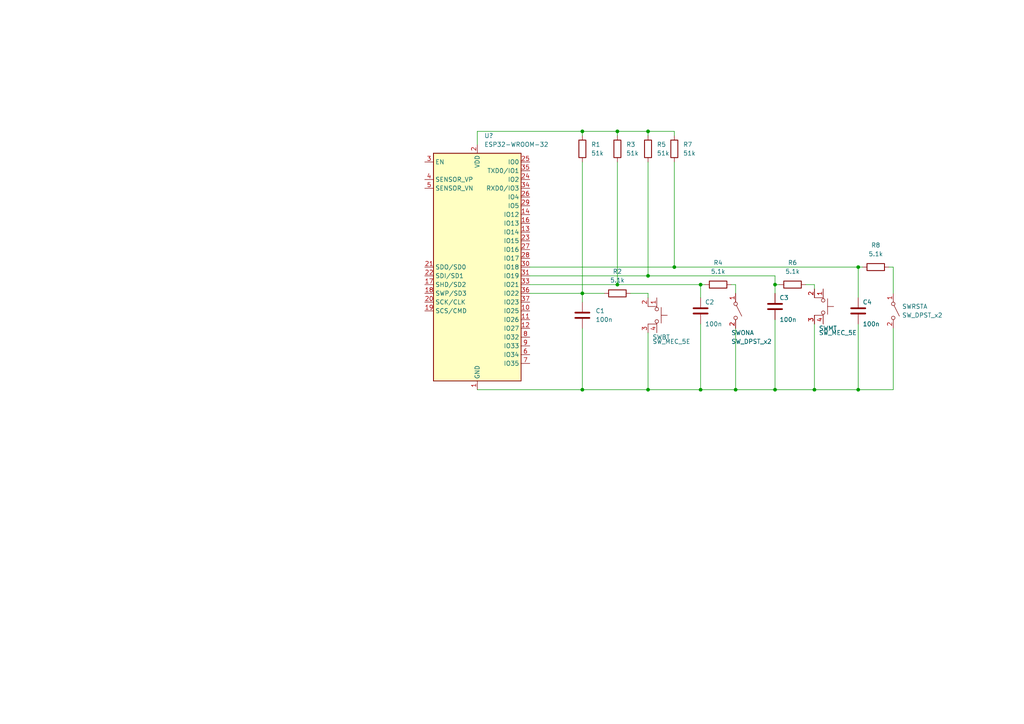
<source format=kicad_sch>
(kicad_sch (version 20211123) (generator eeschema)

  (uuid 9538e4ed-27e6-4c37-b989-9859dc0d49e8)

  (paper "A4")

  (lib_symbols
    (symbol "Device:C" (pin_numbers hide) (pin_names (offset 0.254)) (in_bom yes) (on_board yes)
      (property "Reference" "C" (id 0) (at 0.635 2.54 0)
        (effects (font (size 1.27 1.27)) (justify left))
      )
      (property "Value" "C" (id 1) (at 0.635 -2.54 0)
        (effects (font (size 1.27 1.27)) (justify left))
      )
      (property "Footprint" "" (id 2) (at 0.9652 -3.81 0)
        (effects (font (size 1.27 1.27)) hide)
      )
      (property "Datasheet" "~" (id 3) (at 0 0 0)
        (effects (font (size 1.27 1.27)) hide)
      )
      (property "ki_keywords" "cap capacitor" (id 4) (at 0 0 0)
        (effects (font (size 1.27 1.27)) hide)
      )
      (property "ki_description" "Unpolarized capacitor" (id 5) (at 0 0 0)
        (effects (font (size 1.27 1.27)) hide)
      )
      (property "ki_fp_filters" "C_*" (id 6) (at 0 0 0)
        (effects (font (size 1.27 1.27)) hide)
      )
      (symbol "C_0_1"
        (polyline
          (pts
            (xy -2.032 -0.762)
            (xy 2.032 -0.762)
          )
          (stroke (width 0.508) (type default) (color 0 0 0 0))
          (fill (type none))
        )
        (polyline
          (pts
            (xy -2.032 0.762)
            (xy 2.032 0.762)
          )
          (stroke (width 0.508) (type default) (color 0 0 0 0))
          (fill (type none))
        )
      )
      (symbol "C_1_1"
        (pin passive line (at 0 3.81 270) (length 2.794)
          (name "~" (effects (font (size 1.27 1.27))))
          (number "1" (effects (font (size 1.27 1.27))))
        )
        (pin passive line (at 0 -3.81 90) (length 2.794)
          (name "~" (effects (font (size 1.27 1.27))))
          (number "2" (effects (font (size 1.27 1.27))))
        )
      )
    )
    (symbol "Device:R" (pin_numbers hide) (pin_names (offset 0)) (in_bom yes) (on_board yes)
      (property "Reference" "R" (id 0) (at 2.032 0 90)
        (effects (font (size 1.27 1.27)))
      )
      (property "Value" "R" (id 1) (at 0 0 90)
        (effects (font (size 1.27 1.27)))
      )
      (property "Footprint" "" (id 2) (at -1.778 0 90)
        (effects (font (size 1.27 1.27)) hide)
      )
      (property "Datasheet" "~" (id 3) (at 0 0 0)
        (effects (font (size 1.27 1.27)) hide)
      )
      (property "ki_keywords" "R res resistor" (id 4) (at 0 0 0)
        (effects (font (size 1.27 1.27)) hide)
      )
      (property "ki_description" "Resistor" (id 5) (at 0 0 0)
        (effects (font (size 1.27 1.27)) hide)
      )
      (property "ki_fp_filters" "R_*" (id 6) (at 0 0 0)
        (effects (font (size 1.27 1.27)) hide)
      )
      (symbol "R_0_1"
        (rectangle (start -1.016 -2.54) (end 1.016 2.54)
          (stroke (width 0.254) (type default) (color 0 0 0 0))
          (fill (type none))
        )
      )
      (symbol "R_1_1"
        (pin passive line (at 0 3.81 270) (length 1.27)
          (name "~" (effects (font (size 1.27 1.27))))
          (number "1" (effects (font (size 1.27 1.27))))
        )
        (pin passive line (at 0 -3.81 90) (length 1.27)
          (name "~" (effects (font (size 1.27 1.27))))
          (number "2" (effects (font (size 1.27 1.27))))
        )
      )
    )
    (symbol "RF_Module:ESP32-WROOM-32" (in_bom yes) (on_board yes)
      (property "Reference" "U" (id 0) (at -12.7 34.29 0)
        (effects (font (size 1.27 1.27)) (justify left))
      )
      (property "Value" "ESP32-WROOM-32" (id 1) (at 1.27 34.29 0)
        (effects (font (size 1.27 1.27)) (justify left))
      )
      (property "Footprint" "RF_Module:ESP32-WROOM-32" (id 2) (at 0 -38.1 0)
        (effects (font (size 1.27 1.27)) hide)
      )
      (property "Datasheet" "https://www.espressif.com/sites/default/files/documentation/esp32-wroom-32_datasheet_en.pdf" (id 3) (at -7.62 1.27 0)
        (effects (font (size 1.27 1.27)) hide)
      )
      (property "ki_keywords" "RF Radio BT ESP ESP32 Espressif onboard PCB antenna" (id 4) (at 0 0 0)
        (effects (font (size 1.27 1.27)) hide)
      )
      (property "ki_description" "RF Module, ESP32-D0WDQ6 SoC, Wi-Fi 802.11b/g/n, Bluetooth, BLE, 32-bit, 2.7-3.6V, onboard antenna, SMD" (id 5) (at 0 0 0)
        (effects (font (size 1.27 1.27)) hide)
      )
      (property "ki_fp_filters" "ESP32?WROOM?32*" (id 6) (at 0 0 0)
        (effects (font (size 1.27 1.27)) hide)
      )
      (symbol "ESP32-WROOM-32_0_1"
        (rectangle (start -12.7 33.02) (end 12.7 -33.02)
          (stroke (width 0.254) (type default) (color 0 0 0 0))
          (fill (type background))
        )
      )
      (symbol "ESP32-WROOM-32_1_1"
        (pin power_in line (at 0 -35.56 90) (length 2.54)
          (name "GND" (effects (font (size 1.27 1.27))))
          (number "1" (effects (font (size 1.27 1.27))))
        )
        (pin bidirectional line (at 15.24 -12.7 180) (length 2.54)
          (name "IO25" (effects (font (size 1.27 1.27))))
          (number "10" (effects (font (size 1.27 1.27))))
        )
        (pin bidirectional line (at 15.24 -15.24 180) (length 2.54)
          (name "IO26" (effects (font (size 1.27 1.27))))
          (number "11" (effects (font (size 1.27 1.27))))
        )
        (pin bidirectional line (at 15.24 -17.78 180) (length 2.54)
          (name "IO27" (effects (font (size 1.27 1.27))))
          (number "12" (effects (font (size 1.27 1.27))))
        )
        (pin bidirectional line (at 15.24 10.16 180) (length 2.54)
          (name "IO14" (effects (font (size 1.27 1.27))))
          (number "13" (effects (font (size 1.27 1.27))))
        )
        (pin bidirectional line (at 15.24 15.24 180) (length 2.54)
          (name "IO12" (effects (font (size 1.27 1.27))))
          (number "14" (effects (font (size 1.27 1.27))))
        )
        (pin passive line (at 0 -35.56 90) (length 2.54) hide
          (name "GND" (effects (font (size 1.27 1.27))))
          (number "15" (effects (font (size 1.27 1.27))))
        )
        (pin bidirectional line (at 15.24 12.7 180) (length 2.54)
          (name "IO13" (effects (font (size 1.27 1.27))))
          (number "16" (effects (font (size 1.27 1.27))))
        )
        (pin bidirectional line (at -15.24 -5.08 0) (length 2.54)
          (name "SHD/SD2" (effects (font (size 1.27 1.27))))
          (number "17" (effects (font (size 1.27 1.27))))
        )
        (pin bidirectional line (at -15.24 -7.62 0) (length 2.54)
          (name "SWP/SD3" (effects (font (size 1.27 1.27))))
          (number "18" (effects (font (size 1.27 1.27))))
        )
        (pin bidirectional line (at -15.24 -12.7 0) (length 2.54)
          (name "SCS/CMD" (effects (font (size 1.27 1.27))))
          (number "19" (effects (font (size 1.27 1.27))))
        )
        (pin power_in line (at 0 35.56 270) (length 2.54)
          (name "VDD" (effects (font (size 1.27 1.27))))
          (number "2" (effects (font (size 1.27 1.27))))
        )
        (pin bidirectional line (at -15.24 -10.16 0) (length 2.54)
          (name "SCK/CLK" (effects (font (size 1.27 1.27))))
          (number "20" (effects (font (size 1.27 1.27))))
        )
        (pin bidirectional line (at -15.24 0 0) (length 2.54)
          (name "SDO/SD0" (effects (font (size 1.27 1.27))))
          (number "21" (effects (font (size 1.27 1.27))))
        )
        (pin bidirectional line (at -15.24 -2.54 0) (length 2.54)
          (name "SDI/SD1" (effects (font (size 1.27 1.27))))
          (number "22" (effects (font (size 1.27 1.27))))
        )
        (pin bidirectional line (at 15.24 7.62 180) (length 2.54)
          (name "IO15" (effects (font (size 1.27 1.27))))
          (number "23" (effects (font (size 1.27 1.27))))
        )
        (pin bidirectional line (at 15.24 25.4 180) (length 2.54)
          (name "IO2" (effects (font (size 1.27 1.27))))
          (number "24" (effects (font (size 1.27 1.27))))
        )
        (pin bidirectional line (at 15.24 30.48 180) (length 2.54)
          (name "IO0" (effects (font (size 1.27 1.27))))
          (number "25" (effects (font (size 1.27 1.27))))
        )
        (pin bidirectional line (at 15.24 20.32 180) (length 2.54)
          (name "IO4" (effects (font (size 1.27 1.27))))
          (number "26" (effects (font (size 1.27 1.27))))
        )
        (pin bidirectional line (at 15.24 5.08 180) (length 2.54)
          (name "IO16" (effects (font (size 1.27 1.27))))
          (number "27" (effects (font (size 1.27 1.27))))
        )
        (pin bidirectional line (at 15.24 2.54 180) (length 2.54)
          (name "IO17" (effects (font (size 1.27 1.27))))
          (number "28" (effects (font (size 1.27 1.27))))
        )
        (pin bidirectional line (at 15.24 17.78 180) (length 2.54)
          (name "IO5" (effects (font (size 1.27 1.27))))
          (number "29" (effects (font (size 1.27 1.27))))
        )
        (pin input line (at -15.24 30.48 0) (length 2.54)
          (name "EN" (effects (font (size 1.27 1.27))))
          (number "3" (effects (font (size 1.27 1.27))))
        )
        (pin bidirectional line (at 15.24 0 180) (length 2.54)
          (name "IO18" (effects (font (size 1.27 1.27))))
          (number "30" (effects (font (size 1.27 1.27))))
        )
        (pin bidirectional line (at 15.24 -2.54 180) (length 2.54)
          (name "IO19" (effects (font (size 1.27 1.27))))
          (number "31" (effects (font (size 1.27 1.27))))
        )
        (pin no_connect line (at -12.7 -27.94 0) (length 2.54) hide
          (name "NC" (effects (font (size 1.27 1.27))))
          (number "32" (effects (font (size 1.27 1.27))))
        )
        (pin bidirectional line (at 15.24 -5.08 180) (length 2.54)
          (name "IO21" (effects (font (size 1.27 1.27))))
          (number "33" (effects (font (size 1.27 1.27))))
        )
        (pin bidirectional line (at 15.24 22.86 180) (length 2.54)
          (name "RXD0/IO3" (effects (font (size 1.27 1.27))))
          (number "34" (effects (font (size 1.27 1.27))))
        )
        (pin bidirectional line (at 15.24 27.94 180) (length 2.54)
          (name "TXD0/IO1" (effects (font (size 1.27 1.27))))
          (number "35" (effects (font (size 1.27 1.27))))
        )
        (pin bidirectional line (at 15.24 -7.62 180) (length 2.54)
          (name "IO22" (effects (font (size 1.27 1.27))))
          (number "36" (effects (font (size 1.27 1.27))))
        )
        (pin bidirectional line (at 15.24 -10.16 180) (length 2.54)
          (name "IO23" (effects (font (size 1.27 1.27))))
          (number "37" (effects (font (size 1.27 1.27))))
        )
        (pin passive line (at 0 -35.56 90) (length 2.54) hide
          (name "GND" (effects (font (size 1.27 1.27))))
          (number "38" (effects (font (size 1.27 1.27))))
        )
        (pin passive line (at 0 -35.56 90) (length 2.54) hide
          (name "GND" (effects (font (size 1.27 1.27))))
          (number "39" (effects (font (size 1.27 1.27))))
        )
        (pin input line (at -15.24 25.4 0) (length 2.54)
          (name "SENSOR_VP" (effects (font (size 1.27 1.27))))
          (number "4" (effects (font (size 1.27 1.27))))
        )
        (pin input line (at -15.24 22.86 0) (length 2.54)
          (name "SENSOR_VN" (effects (font (size 1.27 1.27))))
          (number "5" (effects (font (size 1.27 1.27))))
        )
        (pin input line (at 15.24 -25.4 180) (length 2.54)
          (name "IO34" (effects (font (size 1.27 1.27))))
          (number "6" (effects (font (size 1.27 1.27))))
        )
        (pin input line (at 15.24 -27.94 180) (length 2.54)
          (name "IO35" (effects (font (size 1.27 1.27))))
          (number "7" (effects (font (size 1.27 1.27))))
        )
        (pin bidirectional line (at 15.24 -20.32 180) (length 2.54)
          (name "IO32" (effects (font (size 1.27 1.27))))
          (number "8" (effects (font (size 1.27 1.27))))
        )
        (pin bidirectional line (at 15.24 -22.86 180) (length 2.54)
          (name "IO33" (effects (font (size 1.27 1.27))))
          (number "9" (effects (font (size 1.27 1.27))))
        )
      )
    )
    (symbol "R_1" (pin_numbers hide) (pin_names (offset 0) hide) (in_bom yes) (on_board yes)
      (property "Reference" "R" (id 0) (at 2.032 0 90)
        (effects (font (size 1.27 1.27)))
      )
      (property "Value" "R_1" (id 1) (at 0 0 90)
        (effects (font (size 1.27 1.27)))
      )
      (property "Footprint" "" (id 2) (at -1.778 0 90)
        (effects (font (size 1.27 1.27)) hide)
      )
      (property "Datasheet" "~" (id 3) (at 0 0 0)
        (effects (font (size 1.27 1.27)) hide)
      )
      (property "ki_keywords" "R res resistor" (id 4) (at 0 0 0)
        (effects (font (size 1.27 1.27)) hide)
      )
      (property "ki_description" "Resistor" (id 5) (at 0 0 0)
        (effects (font (size 1.27 1.27)) hide)
      )
      (property "ki_fp_filters" "R_*" (id 6) (at 0 0 0)
        (effects (font (size 1.27 1.27)) hide)
      )
      (symbol "R_1_0_1"
        (rectangle (start -1.016 -2.54) (end 1.016 2.54)
          (stroke (width 0.254) (type default) (color 0 0 0 0))
          (fill (type none))
        )
      )
      (symbol "R_1_1_1"
        (pin passive line (at 0 3.81 270) (length 1.27)
          (name "~" (effects (font (size 1.27 1.27))))
          (number "1" (effects (font (size 1.27 1.27))))
        )
        (pin passive line (at 0 -3.81 90) (length 1.27)
          (name "~" (effects (font (size 1.27 1.27))))
          (number "2" (effects (font (size 1.27 1.27))))
        )
      )
    )
    (symbol "Switch:SW_DPST_x2" (pin_names (offset 0) hide) (in_bom yes) (on_board yes)
      (property "Reference" "SW" (id 0) (at 0 3.175 0)
        (effects (font (size 1.27 1.27)))
      )
      (property "Value" "SW_DPST_x2" (id 1) (at 0 -2.54 0)
        (effects (font (size 1.27 1.27)))
      )
      (property "Footprint" "" (id 2) (at 0 0 0)
        (effects (font (size 1.27 1.27)) hide)
      )
      (property "Datasheet" "~" (id 3) (at 0 0 0)
        (effects (font (size 1.27 1.27)) hide)
      )
      (property "ki_keywords" "switch lever" (id 4) (at 0 0 0)
        (effects (font (size 1.27 1.27)) hide)
      )
      (property "ki_description" "Single Pole Single Throw (SPST) switch, separate symbol" (id 5) (at 0 0 0)
        (effects (font (size 1.27 1.27)) hide)
      )
      (symbol "SW_DPST_x2_0_0"
        (circle (center -2.032 0) (radius 0.508)
          (stroke (width 0) (type default) (color 0 0 0 0))
          (fill (type none))
        )
        (polyline
          (pts
            (xy -1.524 0.254)
            (xy 1.524 1.778)
          )
          (stroke (width 0) (type default) (color 0 0 0 0))
          (fill (type none))
        )
        (circle (center 2.032 0) (radius 0.508)
          (stroke (width 0) (type default) (color 0 0 0 0))
          (fill (type none))
        )
      )
      (symbol "SW_DPST_x2_1_1"
        (pin passive line (at -5.08 0 0) (length 2.54)
          (name "A" (effects (font (size 1.27 1.27))))
          (number "1" (effects (font (size 1.27 1.27))))
        )
        (pin passive line (at 5.08 0 180) (length 2.54)
          (name "B" (effects (font (size 1.27 1.27))))
          (number "2" (effects (font (size 1.27 1.27))))
        )
      )
      (symbol "SW_DPST_x2_2_1"
        (pin passive line (at -5.08 0 0) (length 2.54)
          (name "A" (effects (font (size 1.27 1.27))))
          (number "3" (effects (font (size 1.27 1.27))))
        )
        (pin passive line (at 5.08 0 180) (length 2.54)
          (name "B" (effects (font (size 1.27 1.27))))
          (number "4" (effects (font (size 1.27 1.27))))
        )
      )
    )
    (symbol "Switch:SW_MEC_5E" (pin_names (offset 1.016) hide) (in_bom yes) (on_board yes)
      (property "Reference" "SW" (id 0) (at 0.635 5.715 0)
        (effects (font (size 1.27 1.27)) (justify left))
      )
      (property "Value" "SW_MEC_5E" (id 1) (at 0 -3.175 0)
        (effects (font (size 1.27 1.27)))
      )
      (property "Footprint" "" (id 2) (at 0 7.62 0)
        (effects (font (size 1.27 1.27)) hide)
      )
      (property "Datasheet" "http://www.apem.com/int/index.php?controller=attachment&id_attachment=1371" (id 3) (at 0 7.62 0)
        (effects (font (size 1.27 1.27)) hide)
      )
      (property "ki_keywords" "switch normally-open pushbutton push-button" (id 4) (at 0 0 0)
        (effects (font (size 1.27 1.27)) hide)
      )
      (property "ki_description" "MEC 5E single pole normally-open tactile switch" (id 5) (at 0 0 0)
        (effects (font (size 1.27 1.27)) hide)
      )
      (property "ki_fp_filters" "SW*MEC*5G*" (id 6) (at 0 0 0)
        (effects (font (size 1.27 1.27)) hide)
      )
      (symbol "SW_MEC_5E_0_1"
        (circle (center -1.778 2.54) (radius 0.508)
          (stroke (width 0) (type default) (color 0 0 0 0))
          (fill (type none))
        )
        (polyline
          (pts
            (xy -2.286 3.81)
            (xy 2.286 3.81)
          )
          (stroke (width 0) (type default) (color 0 0 0 0))
          (fill (type none))
        )
        (polyline
          (pts
            (xy 0 3.81)
            (xy 0 5.588)
          )
          (stroke (width 0) (type default) (color 0 0 0 0))
          (fill (type none))
        )
        (polyline
          (pts
            (xy -2.54 0)
            (xy -2.54 2.54)
            (xy -2.286 2.54)
          )
          (stroke (width 0) (type default) (color 0 0 0 0))
          (fill (type none))
        )
        (polyline
          (pts
            (xy 2.54 0)
            (xy 2.54 2.54)
            (xy 2.286 2.54)
          )
          (stroke (width 0) (type default) (color 0 0 0 0))
          (fill (type none))
        )
        (circle (center 1.778 2.54) (radius 0.508)
          (stroke (width 0) (type default) (color 0 0 0 0))
          (fill (type none))
        )
        (pin passive line (at -5.08 2.54 0) (length 2.54)
          (name "1" (effects (font (size 1.27 1.27))))
          (number "1" (effects (font (size 1.27 1.27))))
        )
        (pin passive line (at -5.08 0 0) (length 2.54)
          (name "2" (effects (font (size 1.27 1.27))))
          (number "2" (effects (font (size 1.27 1.27))))
        )
        (pin passive line (at 5.08 0 180) (length 2.54)
          (name "K" (effects (font (size 1.27 1.27))))
          (number "3" (effects (font (size 1.27 1.27))))
        )
        (pin passive line (at 5.08 2.54 180) (length 2.54)
          (name "A" (effects (font (size 1.27 1.27))))
          (number "4" (effects (font (size 1.27 1.27))))
        )
      )
    )
  )

  (junction (at 203.2 82.55) (diameter 0) (color 0 0 0 0)
    (uuid 0bd156c2-e717-4dba-aca1-13dbf03722ed)
  )
  (junction (at 224.79 113.03) (diameter 0) (color 0 0 0 0)
    (uuid 1866048e-09da-400a-9d09-7502a61662ad)
  )
  (junction (at 187.96 38.1) (diameter 0) (color 0 0 0 0)
    (uuid 1aecd7e8-e9dd-4133-9eb4-a4b51d57751d)
  )
  (junction (at 179.07 38.1) (diameter 0) (color 0 0 0 0)
    (uuid 5a6a16b3-aeb9-45f0-be55-57da46d7b300)
  )
  (junction (at 168.91 113.03) (diameter 0) (color 0 0 0 0)
    (uuid 6d93d83f-f1a9-4e9d-bb9a-2d98c8327a00)
  )
  (junction (at 179.07 82.55) (diameter 0) (color 0 0 0 0)
    (uuid 7893ab00-4dda-4db9-9f16-dffac8e2d47a)
  )
  (junction (at 224.79 82.55) (diameter 0) (color 0 0 0 0)
    (uuid 83ad7a9e-e363-4fca-8473-6b65baf77894)
  )
  (junction (at 213.36 113.03) (diameter 0) (color 0 0 0 0)
    (uuid 8a48b6d0-6d9f-4167-a4c6-04e5110755fa)
  )
  (junction (at 168.91 38.1) (diameter 0) (color 0 0 0 0)
    (uuid 91283ecc-f893-4036-aa97-f6e3e9aed64f)
  )
  (junction (at 187.96 80.01) (diameter 0) (color 0 0 0 0)
    (uuid 92157d07-9ab7-4859-a988-5474a815d1ca)
  )
  (junction (at 236.22 113.03) (diameter 0) (color 0 0 0 0)
    (uuid b6b6f074-a027-418d-8280-93bfaec4f8e7)
  )
  (junction (at 187.96 113.03) (diameter 0) (color 0 0 0 0)
    (uuid c49d0362-4148-4dd1-b1a5-bf44806958f7)
  )
  (junction (at 248.92 113.03) (diameter 0) (color 0 0 0 0)
    (uuid cda76687-f41e-493c-a25b-39f3e2ae18ec)
  )
  (junction (at 195.58 77.47) (diameter 0) (color 0 0 0 0)
    (uuid d2a787fb-dbe2-49f3-984f-8d4271b88677)
  )
  (junction (at 203.2 113.03) (diameter 0) (color 0 0 0 0)
    (uuid dbfe3e13-d75b-46e3-a674-3216ddd437a1)
  )
  (junction (at 168.91 85.09) (diameter 0) (color 0 0 0 0)
    (uuid f732eadf-b454-431e-baf6-08fc8e023dc0)
  )
  (junction (at 248.92 77.47) (diameter 0) (color 0 0 0 0)
    (uuid fed97f66-0eba-4f5a-8b46-69f45a6fbc22)
  )

  (wire (pts (xy 179.07 38.1) (xy 187.96 38.1))
    (stroke (width 0) (type default) (color 0 0 0 0))
    (uuid 089ea530-6855-452a-818b-2346ccd4b271)
  )
  (wire (pts (xy 179.07 46.99) (xy 179.07 82.55))
    (stroke (width 0) (type default) (color 0 0 0 0))
    (uuid 14f2c3b0-6a12-4465-8e45-bfb76ba6f436)
  )
  (wire (pts (xy 236.22 83.82) (xy 236.22 82.55))
    (stroke (width 0) (type default) (color 0 0 0 0))
    (uuid 1d5d4ed5-ce29-4056-beb5-f26092ddeeec)
  )
  (wire (pts (xy 226.06 82.55) (xy 224.79 82.55))
    (stroke (width 0) (type default) (color 0 0 0 0))
    (uuid 1dc02652-d2e4-43b7-ad4a-70d788da90f8)
  )
  (wire (pts (xy 259.08 95.25) (xy 259.08 113.03))
    (stroke (width 0) (type default) (color 0 0 0 0))
    (uuid 27807e1f-61f7-4dcd-b17c-db15f3864b9b)
  )
  (wire (pts (xy 168.91 38.1) (xy 168.91 39.37))
    (stroke (width 0) (type default) (color 0 0 0 0))
    (uuid 29c97724-6428-4a44-b233-58cd5ffb5613)
  )
  (wire (pts (xy 224.79 82.55) (xy 224.79 85.09))
    (stroke (width 0) (type default) (color 0 0 0 0))
    (uuid 2bcf8049-29c2-46fe-b410-0de9a4e690fc)
  )
  (wire (pts (xy 248.92 77.47) (xy 248.92 86.36))
    (stroke (width 0) (type default) (color 0 0 0 0))
    (uuid 337b2548-c3a3-4df6-9fcd-a4c303e7b3a9)
  )
  (wire (pts (xy 213.36 113.03) (xy 224.79 113.03))
    (stroke (width 0) (type default) (color 0 0 0 0))
    (uuid 365d98c7-d530-4004-9a42-37f2e0a04d7b)
  )
  (wire (pts (xy 168.91 113.03) (xy 187.96 113.03))
    (stroke (width 0) (type default) (color 0 0 0 0))
    (uuid 36a131bb-a1e1-4ad9-80b9-755d35b51a1c)
  )
  (wire (pts (xy 182.88 85.09) (xy 187.96 85.09))
    (stroke (width 0) (type default) (color 0 0 0 0))
    (uuid 3ae2681e-f15c-4e5f-93ba-19439d4c490e)
  )
  (wire (pts (xy 195.58 46.99) (xy 195.58 77.47))
    (stroke (width 0) (type default) (color 0 0 0 0))
    (uuid 3caccf49-28d4-42eb-9e18-ce838b531971)
  )
  (wire (pts (xy 236.22 113.03) (xy 248.92 113.03))
    (stroke (width 0) (type default) (color 0 0 0 0))
    (uuid 4774c45d-96f4-4aa8-ba2a-11b070324e73)
  )
  (wire (pts (xy 153.67 77.47) (xy 195.58 77.47))
    (stroke (width 0) (type default) (color 0 0 0 0))
    (uuid 50974517-455e-40a0-a252-a27739bf39fa)
  )
  (wire (pts (xy 153.67 85.09) (xy 168.91 85.09))
    (stroke (width 0) (type default) (color 0 0 0 0))
    (uuid 51982012-98e5-406d-9843-e76d4345f2cf)
  )
  (wire (pts (xy 168.91 85.09) (xy 175.26 85.09))
    (stroke (width 0) (type default) (color 0 0 0 0))
    (uuid 546efbd4-2eb3-4f35-90a8-f776481931e3)
  )
  (wire (pts (xy 187.96 113.03) (xy 203.2 113.03))
    (stroke (width 0) (type default) (color 0 0 0 0))
    (uuid 58f011fe-d40e-43d8-af63-f5461e9c9b8d)
  )
  (wire (pts (xy 257.81 77.47) (xy 259.08 77.47))
    (stroke (width 0) (type default) (color 0 0 0 0))
    (uuid 5a439165-bda2-4806-8dfc-f140b238aa1d)
  )
  (wire (pts (xy 187.96 96.52) (xy 187.96 113.03))
    (stroke (width 0) (type default) (color 0 0 0 0))
    (uuid 5acaabfd-b168-4b3f-b9e5-0bbdc87564f2)
  )
  (wire (pts (xy 195.58 77.47) (xy 248.92 77.47))
    (stroke (width 0) (type default) (color 0 0 0 0))
    (uuid 5e564775-59ac-40d2-b08f-7ddcd55afff8)
  )
  (wire (pts (xy 236.22 93.98) (xy 236.22 113.03))
    (stroke (width 0) (type default) (color 0 0 0 0))
    (uuid 623f996b-d949-494a-bc4f-9f840e33c7d1)
  )
  (wire (pts (xy 187.96 38.1) (xy 195.58 38.1))
    (stroke (width 0) (type default) (color 0 0 0 0))
    (uuid 69dca86a-fe1c-4bac-bea5-41afb7977995)
  )
  (wire (pts (xy 138.43 113.03) (xy 168.91 113.03))
    (stroke (width 0) (type default) (color 0 0 0 0))
    (uuid 6ec99edc-0151-4744-8c8b-0fd04ce7a0e5)
  )
  (wire (pts (xy 168.91 46.99) (xy 168.91 85.09))
    (stroke (width 0) (type default) (color 0 0 0 0))
    (uuid 71fc46ed-82a0-451a-9f45-b8fc23ce01dc)
  )
  (wire (pts (xy 187.96 39.37) (xy 187.96 38.1))
    (stroke (width 0) (type default) (color 0 0 0 0))
    (uuid 7e18e12c-5ece-4506-82fb-50adf1240d28)
  )
  (wire (pts (xy 195.58 39.37) (xy 195.58 38.1))
    (stroke (width 0) (type default) (color 0 0 0 0))
    (uuid 876f4c9f-8324-40f3-82fb-4d83302684f0)
  )
  (wire (pts (xy 168.91 95.25) (xy 168.91 113.03))
    (stroke (width 0) (type default) (color 0 0 0 0))
    (uuid 8b774e1b-3e44-4a70-a92b-dd65b67f0c22)
  )
  (wire (pts (xy 224.79 80.01) (xy 224.79 82.55))
    (stroke (width 0) (type default) (color 0 0 0 0))
    (uuid 8d16498f-b0f5-4ad7-8c83-26cbedaaa36b)
  )
  (wire (pts (xy 187.96 80.01) (xy 224.79 80.01))
    (stroke (width 0) (type default) (color 0 0 0 0))
    (uuid 8e3e391a-b2e5-4acb-85d3-f08e2f3bf04d)
  )
  (wire (pts (xy 138.43 41.91) (xy 138.43 38.1))
    (stroke (width 0) (type default) (color 0 0 0 0))
    (uuid 8ef7f5c8-00d3-400e-b5fa-54b1159f5249)
  )
  (wire (pts (xy 248.92 77.47) (xy 250.19 77.47))
    (stroke (width 0) (type default) (color 0 0 0 0))
    (uuid 93df4758-13a9-4f6b-ae8e-8234a605cde5)
  )
  (wire (pts (xy 168.91 38.1) (xy 179.07 38.1))
    (stroke (width 0) (type default) (color 0 0 0 0))
    (uuid 9775f75a-9bf0-4e71-b3bc-5780a25098ce)
  )
  (wire (pts (xy 248.92 93.98) (xy 248.92 113.03))
    (stroke (width 0) (type default) (color 0 0 0 0))
    (uuid 97853de2-de68-4fd6-a854-6857717e75d8)
  )
  (wire (pts (xy 203.2 93.98) (xy 203.2 113.03))
    (stroke (width 0) (type default) (color 0 0 0 0))
    (uuid 9d7b0888-3d9a-4d89-bf22-47340e115606)
  )
  (wire (pts (xy 138.43 38.1) (xy 168.91 38.1))
    (stroke (width 0) (type default) (color 0 0 0 0))
    (uuid 9d83aab4-cdff-40c5-ad4d-529a0d3598b5)
  )
  (wire (pts (xy 203.2 82.55) (xy 204.47 82.55))
    (stroke (width 0) (type default) (color 0 0 0 0))
    (uuid a30c0921-1619-49e8-8acb-8a3b84e84025)
  )
  (wire (pts (xy 203.2 82.55) (xy 203.2 86.36))
    (stroke (width 0) (type default) (color 0 0 0 0))
    (uuid a3d10c21-3a44-4276-8996-5e93ff54c445)
  )
  (wire (pts (xy 213.36 95.25) (xy 213.36 113.03))
    (stroke (width 0) (type default) (color 0 0 0 0))
    (uuid a6b4609c-1481-423e-b215-1af89533fec9)
  )
  (wire (pts (xy 224.79 92.71) (xy 224.79 113.03))
    (stroke (width 0) (type default) (color 0 0 0 0))
    (uuid b2b63c97-7a79-449f-88f2-54fad6e1031c)
  )
  (wire (pts (xy 248.92 113.03) (xy 259.08 113.03))
    (stroke (width 0) (type default) (color 0 0 0 0))
    (uuid ba4ea718-4455-4abc-a560-5eed4cbccfcc)
  )
  (wire (pts (xy 153.67 82.55) (xy 179.07 82.55))
    (stroke (width 0) (type default) (color 0 0 0 0))
    (uuid c64ff8a0-cac8-4c1f-9a31-342b962e665c)
  )
  (wire (pts (xy 213.36 82.55) (xy 213.36 85.09))
    (stroke (width 0) (type default) (color 0 0 0 0))
    (uuid c813d19a-e1b7-474e-b75c-d93c28c4a893)
  )
  (wire (pts (xy 212.09 82.55) (xy 213.36 82.55))
    (stroke (width 0) (type default) (color 0 0 0 0))
    (uuid c916d197-a822-4113-aaa8-f524804d3a1e)
  )
  (wire (pts (xy 233.68 82.55) (xy 236.22 82.55))
    (stroke (width 0) (type default) (color 0 0 0 0))
    (uuid ca104b63-b3df-4794-b817-2da71f53c604)
  )
  (wire (pts (xy 153.67 80.01) (xy 187.96 80.01))
    (stroke (width 0) (type default) (color 0 0 0 0))
    (uuid cf1a5728-c805-4269-b2a7-4de5413420f1)
  )
  (wire (pts (xy 259.08 77.47) (xy 259.08 85.09))
    (stroke (width 0) (type default) (color 0 0 0 0))
    (uuid d2d728a2-050a-43fe-8adf-a20f5fbb6c14)
  )
  (wire (pts (xy 179.07 82.55) (xy 203.2 82.55))
    (stroke (width 0) (type default) (color 0 0 0 0))
    (uuid d9e969c6-7a34-404c-9896-8a3f1c5e076e)
  )
  (wire (pts (xy 179.07 38.1) (xy 179.07 39.37))
    (stroke (width 0) (type default) (color 0 0 0 0))
    (uuid de431cda-4e2e-4ce5-9bd6-f34f5d626189)
  )
  (wire (pts (xy 203.2 113.03) (xy 213.36 113.03))
    (stroke (width 0) (type default) (color 0 0 0 0))
    (uuid e69ee2a9-d52a-4d2e-84a5-e2d0a5317a56)
  )
  (wire (pts (xy 187.96 85.09) (xy 187.96 86.36))
    (stroke (width 0) (type default) (color 0 0 0 0))
    (uuid e6e84b15-665b-4786-80fd-e9d689a315a7)
  )
  (wire (pts (xy 187.96 46.99) (xy 187.96 80.01))
    (stroke (width 0) (type default) (color 0 0 0 0))
    (uuid e786b316-0623-4d67-bebd-ed8bda7b7126)
  )
  (wire (pts (xy 168.91 85.09) (xy 168.91 87.63))
    (stroke (width 0) (type default) (color 0 0 0 0))
    (uuid f4713b17-3a8c-4c90-8539-32f6309193b7)
  )
  (wire (pts (xy 224.79 113.03) (xy 236.22 113.03))
    (stroke (width 0) (type default) (color 0 0 0 0))
    (uuid f503fe9a-82cd-4143-aaf1-5c71addcfb0d)
  )

  (symbol (lib_id "Device:R") (at 168.91 43.18 0) (unit 1)
    (in_bom yes) (on_board yes) (fields_autoplaced)
    (uuid 0fb87f82-7fb8-419d-89d1-cfe3b96129c7)
    (property "Reference" "R1" (id 0) (at 171.45 41.9099 0)
      (effects (font (size 1.27 1.27)) (justify left))
    )
    (property "Value" "" (id 1) (at 171.45 44.4499 0)
      (effects (font (size 1.27 1.27)) (justify left))
    )
    (property "Footprint" "" (id 2) (at 167.132 43.18 90)
      (effects (font (size 1.27 1.27)) hide)
    )
    (property "Datasheet" "~" (id 3) (at 168.91 43.18 0)
      (effects (font (size 1.27 1.27)) hide)
    )
    (pin "1" (uuid 7a7c8430-5995-4b2c-ab1c-0c4ad334583a))
    (pin "2" (uuid e13be586-e261-4dbd-8af0-ad1c95b6d4c0))
  )

  (symbol (lib_id "Device:C") (at 168.91 91.44 0) (unit 1)
    (in_bom yes) (on_board yes) (fields_autoplaced)
    (uuid 27584cdb-4b71-4045-8cd2-b95e5a8dd041)
    (property "Reference" "C1" (id 0) (at 172.72 90.1699 0)
      (effects (font (size 1.27 1.27)) (justify left))
    )
    (property "Value" "" (id 1) (at 172.72 92.7099 0)
      (effects (font (size 1.27 1.27)) (justify left))
    )
    (property "Footprint" "" (id 2) (at 169.8752 95.25 0)
      (effects (font (size 1.27 1.27)) hide)
    )
    (property "Datasheet" "~" (id 3) (at 168.91 91.44 0)
      (effects (font (size 1.27 1.27)) hide)
    )
    (pin "1" (uuid 47e59230-ca6d-46c8-82ff-dea6976709b7))
    (pin "2" (uuid 3c81b801-72ba-4b57-ae5b-a697394009c0))
  )

  (symbol (lib_id "RF_Module:ESP32-WROOM-32") (at 138.43 77.47 0) (unit 1)
    (in_bom yes) (on_board yes) (fields_autoplaced)
    (uuid 35863122-c94c-41a1-b588-406eee17e13d)
    (property "Reference" "U?" (id 0) (at 140.4494 39.37 0)
      (effects (font (size 1.27 1.27)) (justify left))
    )
    (property "Value" "" (id 1) (at 140.4494 41.91 0)
      (effects (font (size 1.27 1.27)) (justify left))
    )
    (property "Footprint" "" (id 2) (at 138.43 115.57 0)
      (effects (font (size 1.27 1.27)) hide)
    )
    (property "Datasheet" "https://www.espressif.com/sites/default/files/documentation/esp32-wroom-32_datasheet_en.pdf" (id 3) (at 130.81 76.2 0)
      (effects (font (size 1.27 1.27)) hide)
    )
    (pin "1" (uuid 3a1fc4c1-ad54-425b-bc73-331fc95caa09))
    (pin "10" (uuid 029ab43e-ee27-4947-a6d0-4c62a5cef58e))
    (pin "11" (uuid 3d8851ef-fc8b-4e71-8793-82e5236e2cf5))
    (pin "12" (uuid 28ecbddd-3827-4c1d-a962-22a000f4977b))
    (pin "13" (uuid f349f550-57b8-47d2-b2f7-e2986299c9ca))
    (pin "14" (uuid aa97aa92-baa2-4ef6-803b-9a1b216447d6))
    (pin "15" (uuid 0d55b207-4588-49ea-b682-603e7a84a77b))
    (pin "16" (uuid 882deef7-7c12-4a32-8e64-b80aec7c417b))
    (pin "17" (uuid 2e3a2125-31a4-4569-bb0b-bfc8b4d704b3))
    (pin "18" (uuid fdd696a1-7f79-4015-9b24-fcb78708bd9d))
    (pin "19" (uuid fc1ae5c0-29b3-4e30-83bb-9a1aba42d019))
    (pin "2" (uuid ab8f8859-dbb5-4f9c-a014-481047b412d5))
    (pin "20" (uuid 4b5f49ee-f30f-454c-bc63-cac4b8c67dec))
    (pin "21" (uuid 66b7cd17-260e-4606-9bbb-b98520de40d1))
    (pin "22" (uuid 7a96ec17-b051-46bc-8f12-e3e4c78a7c1e))
    (pin "23" (uuid 6864b90e-d8e0-4223-9957-3ec1a1a4a3c2))
    (pin "24" (uuid 15048a35-868e-4772-8a00-8604bff45972))
    (pin "25" (uuid 09697313-c01c-4683-992b-1d607a839d07))
    (pin "26" (uuid 005bb762-4d46-46aa-9214-cacdb67f8df0))
    (pin "27" (uuid 4a62ef8b-e40e-4d1e-b629-839d8feb725b))
    (pin "28" (uuid 07b43495-edc6-4a72-bf66-bbabcef22516))
    (pin "29" (uuid 753ea75c-c6a9-44b0-9eb8-3b3911175f26))
    (pin "3" (uuid 5fe7dd33-8861-47e0-9bbb-e5cc33196e40))
    (pin "30" (uuid 6c7199c3-f752-4622-9db5-977ae98d6a4f))
    (pin "31" (uuid abd227d2-068b-4215-b053-d8ef3f4f448c))
    (pin "32" (uuid 96c686b4-5fa6-4c6f-a546-c3abfd5bca26))
    (pin "33" (uuid e55dd549-1708-4ca5-8df0-c3edf07d508e))
    (pin "34" (uuid 29214b3a-ab87-4e95-8840-9d05f9ac1060))
    (pin "35" (uuid 25a24f60-2636-4d6d-8dd5-417285a11482))
    (pin "36" (uuid cc817cae-5b9c-433c-a042-7a7f554ec91c))
    (pin "37" (uuid 18ca1faa-98bf-4a89-8a0e-08f88f0fdee3))
    (pin "38" (uuid ec2c93e7-c28f-4008-95ce-801a219424e2))
    (pin "39" (uuid d8b95ba4-50da-48c8-a282-28d29388c7eb))
    (pin "4" (uuid 603331c2-719c-4e09-87e9-d302e0ceaded))
    (pin "5" (uuid bebab976-edb2-4c06-a640-da41ccbcd45a))
    (pin "6" (uuid c2d0f378-8a08-448e-8e3d-d520aa630575))
    (pin "7" (uuid 536e438d-aaa0-49b9-a297-61a167216eec))
    (pin "8" (uuid 8c0114dc-3a9c-4fe6-9f09-af8bd637ff15))
    (pin "9" (uuid e8e3a9a7-f173-4771-b68f-c4611757eed2))
  )

  (symbol (lib_name "R_1") (lib_id "Device:R") (at 179.07 85.09 270) (unit 1)
    (in_bom yes) (on_board yes) (fields_autoplaced)
    (uuid 35e13365-0867-4de2-ac34-30b742fdf90e)
    (property "Reference" "R2" (id 0) (at 179.07 78.74 90))
    (property "Value" "" (id 1) (at 179.07 81.28 90))
    (property "Footprint" "" (id 2) (at 179.07 83.312 90)
      (effects (font (size 1.27 1.27)) hide)
    )
    (property "Datasheet" "~" (id 3) (at 179.07 85.09 0)
      (effects (font (size 1.27 1.27)) hide)
    )
    (pin "1" (uuid 2f9b27af-7dd3-4ea7-b04c-35de1b61a65c))
    (pin "2" (uuid 6a5da910-c435-4d90-91aa-15ae2b8c3534))
  )

  (symbol (lib_name "R_1") (lib_id "Device:R") (at 208.28 82.55 270) (unit 1)
    (in_bom yes) (on_board yes) (fields_autoplaced)
    (uuid 47248e9f-34ad-4a2f-8b92-429b1d8c3fc5)
    (property "Reference" "R4" (id 0) (at 208.28 76.2 90))
    (property "Value" "5.1k" (id 1) (at 208.28 78.74 90))
    (property "Footprint" "" (id 2) (at 208.28 80.772 90)
      (effects (font (size 1.27 1.27)) hide)
    )
    (property "Datasheet" "~" (id 3) (at 208.28 82.55 0)
      (effects (font (size 1.27 1.27)) hide)
    )
    (pin "1" (uuid 24ad25ad-ba2f-49b5-bca5-2a201ec3a35e))
    (pin "2" (uuid cda6294c-5e28-456a-8b6c-718731481113))
  )

  (symbol (lib_id "Switch:SW_MEC_5E") (at 236.22 88.9 270) (unit 1)
    (in_bom yes) (on_board yes)
    (uuid 4c57397d-2d2d-4d65-b264-3a4742861eaa)
    (property "Reference" "SWMT" (id 0) (at 237.49 95.25 90)
      (effects (font (size 1.27 1.27)) (justify left))
    )
    (property "Value" "" (id 1) (at 237.49 96.52 90)
      (effects (font (size 1.27 1.27)) (justify left))
    )
    (property "Footprint" "" (id 2) (at 243.84 88.9 0)
      (effects (font (size 1.27 1.27)) hide)
    )
    (property "Datasheet" "http://www.apem.com/int/index.php?controller=attachment&id_attachment=1371" (id 3) (at 243.84 88.9 0)
      (effects (font (size 1.27 1.27)) hide)
    )
    (pin "1" (uuid ab6f6c31-3669-45a1-887c-4a6d371e6f24))
    (pin "2" (uuid 6e88b998-d5cb-4945-ad8e-afd18913e114))
    (pin "3" (uuid 7836325d-fc0a-4769-8c8a-7363c00268a9))
    (pin "4" (uuid 62166748-71cb-402f-a803-3c6641dc401d))
  )

  (symbol (lib_id "Device:C") (at 248.92 90.17 0) (unit 1)
    (in_bom yes) (on_board yes)
    (uuid 4c7915ec-3551-4485-a816-9cf0b59db6aa)
    (property "Reference" "C4" (id 0) (at 250.19 87.63 0)
      (effects (font (size 1.27 1.27)) (justify left))
    )
    (property "Value" "100n" (id 1) (at 250.19 93.98 0)
      (effects (font (size 1.27 1.27)) (justify left))
    )
    (property "Footprint" "" (id 2) (at 249.8852 93.98 0)
      (effects (font (size 1.27 1.27)) hide)
    )
    (property "Datasheet" "~" (id 3) (at 248.92 90.17 0)
      (effects (font (size 1.27 1.27)) hide)
    )
    (pin "1" (uuid c01ca234-af78-41a8-af36-c962f14181fd))
    (pin "2" (uuid e7ef4b09-68b1-4d95-82a8-339dbc8698fd))
  )

  (symbol (lib_name "R_1") (lib_id "Device:R") (at 254 77.47 270) (unit 1)
    (in_bom yes) (on_board yes) (fields_autoplaced)
    (uuid 644a04dc-1175-4c05-934b-e5d62d01f5c4)
    (property "Reference" "R8" (id 0) (at 254 71.12 90))
    (property "Value" "5.1k" (id 1) (at 254 73.66 90))
    (property "Footprint" "" (id 2) (at 254 75.692 90)
      (effects (font (size 1.27 1.27)) hide)
    )
    (property "Datasheet" "~" (id 3) (at 254 77.47 0)
      (effects (font (size 1.27 1.27)) hide)
    )
    (pin "1" (uuid 1dd301bb-35f1-4a4d-bd6e-666f66750f72))
    (pin "2" (uuid 65eaa0dc-ae68-4cbc-b4e4-e6f92321816b))
  )

  (symbol (lib_id "Device:C") (at 203.2 90.17 0) (unit 1)
    (in_bom yes) (on_board yes)
    (uuid 711154a7-cc5e-48d1-aa8f-4bfd9d115f04)
    (property "Reference" "C2" (id 0) (at 204.47 87.63 0)
      (effects (font (size 1.27 1.27)) (justify left))
    )
    (property "Value" "100n" (id 1) (at 204.47 93.98 0)
      (effects (font (size 1.27 1.27)) (justify left))
    )
    (property "Footprint" "" (id 2) (at 204.1652 93.98 0)
      (effects (font (size 1.27 1.27)) hide)
    )
    (property "Datasheet" "~" (id 3) (at 203.2 90.17 0)
      (effects (font (size 1.27 1.27)) hide)
    )
    (pin "1" (uuid 79a56cf9-d961-4968-8303-6845c78f0f20))
    (pin "2" (uuid 5b0c50ae-60d1-4a2d-895d-7259be0b78c8))
  )

  (symbol (lib_id "Switch:SW_DPST_x2") (at 259.08 90.17 270) (unit 1)
    (in_bom yes) (on_board yes) (fields_autoplaced)
    (uuid 83d5358a-0fb4-4b2b-b8fe-6cf2f76ac364)
    (property "Reference" "SWRST" (id 0) (at 261.62 88.8999 90)
      (effects (font (size 1.27 1.27)) (justify left))
    )
    (property "Value" "SW_DPST_x2" (id 1) (at 261.62 91.4399 90)
      (effects (font (size 1.27 1.27)) (justify left))
    )
    (property "Footprint" "" (id 2) (at 259.08 90.17 0)
      (effects (font (size 1.27 1.27)) hide)
    )
    (property "Datasheet" "~" (id 3) (at 259.08 90.17 0)
      (effects (font (size 1.27 1.27)) hide)
    )
    (pin "1" (uuid 4282aded-b2b2-4896-a258-4b5bdbe915d5))
    (pin "2" (uuid ac2d2186-d289-4a29-8b09-c7fd541dcc55))
    (pin "3" (uuid 7aa322e7-1a29-48be-8647-05db5eef6c2d))
    (pin "4" (uuid e5923fae-a7d4-4dbf-ae1f-06d51128e28a))
  )

  (symbol (lib_id "Device:R") (at 179.07 43.18 0) (unit 1)
    (in_bom yes) (on_board yes) (fields_autoplaced)
    (uuid 87c87a16-b2ec-484e-9382-3fb860ec78c1)
    (property "Reference" "R3" (id 0) (at 181.61 41.9099 0)
      (effects (font (size 1.27 1.27)) (justify left))
    )
    (property "Value" "51k" (id 1) (at 181.61 44.4499 0)
      (effects (font (size 1.27 1.27)) (justify left))
    )
    (property "Footprint" "" (id 2) (at 177.292 43.18 90)
      (effects (font (size 1.27 1.27)) hide)
    )
    (property "Datasheet" "~" (id 3) (at 179.07 43.18 0)
      (effects (font (size 1.27 1.27)) hide)
    )
    (pin "1" (uuid 3c333c89-bdff-459a-8fb6-d5277776035d))
    (pin "2" (uuid 5986cf6c-bd61-4180-b724-134ccfc5e4d6))
  )

  (symbol (lib_id "Device:R") (at 187.96 43.18 0) (unit 1)
    (in_bom yes) (on_board yes) (fields_autoplaced)
    (uuid 8ba4bcb5-d655-4913-92b2-3aeca7eaf21f)
    (property "Reference" "R5" (id 0) (at 190.5 41.9099 0)
      (effects (font (size 1.27 1.27)) (justify left))
    )
    (property "Value" "51k" (id 1) (at 190.5 44.4499 0)
      (effects (font (size 1.27 1.27)) (justify left))
    )
    (property "Footprint" "" (id 2) (at 186.182 43.18 90)
      (effects (font (size 1.27 1.27)) hide)
    )
    (property "Datasheet" "~" (id 3) (at 187.96 43.18 0)
      (effects (font (size 1.27 1.27)) hide)
    )
    (pin "1" (uuid a4db6766-c403-44bd-a125-16a99269afaf))
    (pin "2" (uuid 3a3f6037-690d-4181-913c-7d47756da70e))
  )

  (symbol (lib_name "R_1") (lib_id "Device:R") (at 229.87 82.55 270) (unit 1)
    (in_bom yes) (on_board yes) (fields_autoplaced)
    (uuid a6ce1650-5778-4d8b-bf18-fc4a1ad01e72)
    (property "Reference" "R6" (id 0) (at 229.87 76.2 90))
    (property "Value" "5.1k" (id 1) (at 229.87 78.74 90))
    (property "Footprint" "" (id 2) (at 229.87 80.772 90)
      (effects (font (size 1.27 1.27)) hide)
    )
    (property "Datasheet" "~" (id 3) (at 229.87 82.55 0)
      (effects (font (size 1.27 1.27)) hide)
    )
    (pin "1" (uuid 0185de89-658e-4185-9eb8-ed831ba62f0f))
    (pin "2" (uuid 26796557-302a-4be5-ac30-24a4bbe06f29))
  )

  (symbol (lib_id "Switch:SW_MEC_5E") (at 187.96 91.44 270) (unit 1)
    (in_bom yes) (on_board yes)
    (uuid bba99bb7-5d83-4711-8b5f-c571384dc216)
    (property "Reference" "SWBT" (id 0) (at 189.23 97.79 90)
      (effects (font (size 1.27 1.27)) (justify left))
    )
    (property "Value" "" (id 1) (at 189.23 99.06 90)
      (effects (font (size 1.27 1.27)) (justify left))
    )
    (property "Footprint" "" (id 2) (at 195.58 91.44 0)
      (effects (font (size 1.27 1.27)) hide)
    )
    (property "Datasheet" "http://www.apem.com/int/index.php?controller=attachment&id_attachment=1371" (id 3) (at 195.58 91.44 0)
      (effects (font (size 1.27 1.27)) hide)
    )
    (pin "1" (uuid e6961d94-a605-4e54-8842-9f5a1243ff9c))
    (pin "2" (uuid 01f85d10-6809-4100-86e3-04a36e19f440))
    (pin "3" (uuid ba147fbd-f346-4d90-99cb-a3816d3aaecc))
    (pin "4" (uuid cae28121-5d0e-4a75-a2a5-862128ad688d))
  )

  (symbol (lib_id "Device:R") (at 195.58 43.18 0) (unit 1)
    (in_bom yes) (on_board yes) (fields_autoplaced)
    (uuid cb086744-4a38-4d5c-a208-0b12d9b6c293)
    (property "Reference" "R7" (id 0) (at 198.12 41.9099 0)
      (effects (font (size 1.27 1.27)) (justify left))
    )
    (property "Value" "51k" (id 1) (at 198.12 44.4499 0)
      (effects (font (size 1.27 1.27)) (justify left))
    )
    (property "Footprint" "" (id 2) (at 193.802 43.18 90)
      (effects (font (size 1.27 1.27)) hide)
    )
    (property "Datasheet" "~" (id 3) (at 195.58 43.18 0)
      (effects (font (size 1.27 1.27)) hide)
    )
    (pin "1" (uuid 8c916d9f-e1a1-40d5-a2a3-8e7c1e44012b))
    (pin "2" (uuid d62cccae-260b-4e33-ae1d-3d24d8abe65e))
  )

  (symbol (lib_id "Switch:SW_DPST_x2") (at 213.36 90.17 270) (unit 1)
    (in_bom yes) (on_board yes)
    (uuid e10149e1-4cd6-4c61-b64b-8aaa62e52f70)
    (property "Reference" "SWON" (id 0) (at 212.09 96.52 90)
      (effects (font (size 1.27 1.27)) (justify left))
    )
    (property "Value" "" (id 1) (at 212.09 99.06 90)
      (effects (font (size 1.27 1.27)) (justify left))
    )
    (property "Footprint" "" (id 2) (at 213.36 90.17 0)
      (effects (font (size 1.27 1.27)) hide)
    )
    (property "Datasheet" "~" (id 3) (at 213.36 90.17 0)
      (effects (font (size 1.27 1.27)) hide)
    )
    (pin "1" (uuid c96fe4e0-a120-4a58-9a66-443762143dba))
    (pin "2" (uuid ae8d4ffb-4d53-4131-85ca-fe343e4c5294))
    (pin "3" (uuid 7aa322e7-1a29-48be-8647-05db5eef6c2d))
    (pin "4" (uuid e5923fae-a7d4-4dbf-ae1f-06d51128e28a))
  )

  (symbol (lib_id "Device:C") (at 224.79 88.9 0) (unit 1)
    (in_bom yes) (on_board yes)
    (uuid e6ec6e14-680f-4075-8e86-cb0b58b37ef4)
    (property "Reference" "C3" (id 0) (at 226.06 86.36 0)
      (effects (font (size 1.27 1.27)) (justify left))
    )
    (property "Value" "100n" (id 1) (at 226.06 92.71 0)
      (effects (font (size 1.27 1.27)) (justify left))
    )
    (property "Footprint" "" (id 2) (at 225.7552 92.71 0)
      (effects (font (size 1.27 1.27)) hide)
    )
    (property "Datasheet" "~" (id 3) (at 224.79 88.9 0)
      (effects (font (size 1.27 1.27)) hide)
    )
    (pin "1" (uuid 53017d02-b07a-49de-bc8d-eb5ebda52b81))
    (pin "2" (uuid d5e82b38-2755-4a53-b647-65ccc2f04ad9))
  )

  (sheet_instances
    (path "/" (page "1"))
  )

  (symbol_instances
    (path "/27584cdb-4b71-4045-8cd2-b95e5a8dd041"
      (reference "C1") (unit 1) (value "100n") (footprint "")
    )
    (path "/711154a7-cc5e-48d1-aa8f-4bfd9d115f04"
      (reference "C2") (unit 1) (value "100n") (footprint "")
    )
    (path "/e6ec6e14-680f-4075-8e86-cb0b58b37ef4"
      (reference "C3") (unit 1) (value "100n") (footprint "")
    )
    (path "/4c7915ec-3551-4485-a816-9cf0b59db6aa"
      (reference "C4") (unit 1) (value "100n") (footprint "")
    )
    (path "/0fb87f82-7fb8-419d-89d1-cfe3b96129c7"
      (reference "R1") (unit 1) (value "51k") (footprint "")
    )
    (path "/35e13365-0867-4de2-ac34-30b742fdf90e"
      (reference "R2") (unit 1) (value "5.1k") (footprint "")
    )
    (path "/87c87a16-b2ec-484e-9382-3fb860ec78c1"
      (reference "R3") (unit 1) (value "51k") (footprint "")
    )
    (path "/47248e9f-34ad-4a2f-8b92-429b1d8c3fc5"
      (reference "R4") (unit 1) (value "5.1k") (footprint "")
    )
    (path "/8ba4bcb5-d655-4913-92b2-3aeca7eaf21f"
      (reference "R5") (unit 1) (value "51k") (footprint "")
    )
    (path "/a6ce1650-5778-4d8b-bf18-fc4a1ad01e72"
      (reference "R6") (unit 1) (value "5.1k") (footprint "")
    )
    (path "/cb086744-4a38-4d5c-a208-0b12d9b6c293"
      (reference "R7") (unit 1) (value "51k") (footprint "")
    )
    (path "/644a04dc-1175-4c05-934b-e5d62d01f5c4"
      (reference "R8") (unit 1) (value "5.1k") (footprint "")
    )
    (path "/bba99bb7-5d83-4711-8b5f-c571384dc216"
      (reference "SWBT") (unit 1) (value "SW_MEC_5E") (footprint "")
    )
    (path "/4c57397d-2d2d-4d65-b264-3a4742861eaa"
      (reference "SWMT") (unit 1) (value "SW_MEC_5E") (footprint "")
    )
    (path "/e10149e1-4cd6-4c61-b64b-8aaa62e52f70"
      (reference "SWON") (unit 1) (value "SW_DPST_x2") (footprint "")
    )
    (path "/83d5358a-0fb4-4b2b-b8fe-6cf2f76ac364"
      (reference "SWRST") (unit 1) (value "SW_DPST_x2") (footprint "")
    )
    (path "/35863122-c94c-41a1-b588-406eee17e13d"
      (reference "U?") (unit 1) (value "ESP32-WROOM-32") (footprint "RF_Module:ESP32-WROOM-32")
    )
  )
)

</source>
